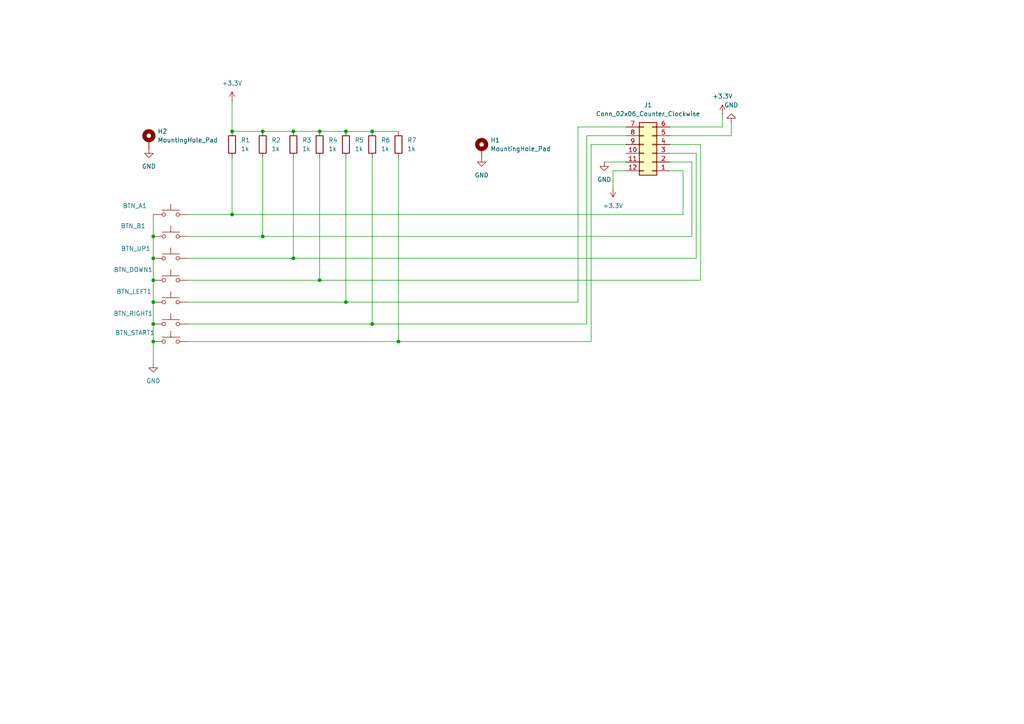
<source format=kicad_sch>
(kicad_sch
	(version 20250114)
	(generator "eeschema")
	(generator_version "9.0")
	(uuid "f78f50fe-1986-4539-a836-088a6f7bab66")
	(paper "A4")
	(lib_symbols
		(symbol "Connector_Generic:Conn_02x06_Counter_Clockwise"
			(pin_names
				(offset 1.016)
				(hide yes)
			)
			(exclude_from_sim no)
			(in_bom yes)
			(on_board yes)
			(property "Reference" "J"
				(at 1.27 7.62 0)
				(effects
					(font
						(size 1.27 1.27)
					)
				)
			)
			(property "Value" "Conn_02x06_Counter_Clockwise"
				(at 1.27 -10.16 0)
				(effects
					(font
						(size 1.27 1.27)
					)
				)
			)
			(property "Footprint" ""
				(at 0 0 0)
				(effects
					(font
						(size 1.27 1.27)
					)
					(hide yes)
				)
			)
			(property "Datasheet" "~"
				(at 0 0 0)
				(effects
					(font
						(size 1.27 1.27)
					)
					(hide yes)
				)
			)
			(property "Description" "Generic connector, double row, 02x06, counter clockwise pin numbering scheme (similar to DIP package numbering), script generated (kicad-library-utils/schlib/autogen/connector/)"
				(at 0 0 0)
				(effects
					(font
						(size 1.27 1.27)
					)
					(hide yes)
				)
			)
			(property "ki_keywords" "connector"
				(at 0 0 0)
				(effects
					(font
						(size 1.27 1.27)
					)
					(hide yes)
				)
			)
			(property "ki_fp_filters" "Connector*:*_2x??_*"
				(at 0 0 0)
				(effects
					(font
						(size 1.27 1.27)
					)
					(hide yes)
				)
			)
			(symbol "Conn_02x06_Counter_Clockwise_1_1"
				(rectangle
					(start -1.27 6.35)
					(end 3.81 -8.89)
					(stroke
						(width 0.254)
						(type default)
					)
					(fill
						(type background)
					)
				)
				(rectangle
					(start -1.27 5.207)
					(end 0 4.953)
					(stroke
						(width 0.1524)
						(type default)
					)
					(fill
						(type none)
					)
				)
				(rectangle
					(start -1.27 2.667)
					(end 0 2.413)
					(stroke
						(width 0.1524)
						(type default)
					)
					(fill
						(type none)
					)
				)
				(rectangle
					(start -1.27 0.127)
					(end 0 -0.127)
					(stroke
						(width 0.1524)
						(type default)
					)
					(fill
						(type none)
					)
				)
				(rectangle
					(start -1.27 -2.413)
					(end 0 -2.667)
					(stroke
						(width 0.1524)
						(type default)
					)
					(fill
						(type none)
					)
				)
				(rectangle
					(start -1.27 -4.953)
					(end 0 -5.207)
					(stroke
						(width 0.1524)
						(type default)
					)
					(fill
						(type none)
					)
				)
				(rectangle
					(start -1.27 -7.493)
					(end 0 -7.747)
					(stroke
						(width 0.1524)
						(type default)
					)
					(fill
						(type none)
					)
				)
				(rectangle
					(start 3.81 5.207)
					(end 2.54 4.953)
					(stroke
						(width 0.1524)
						(type default)
					)
					(fill
						(type none)
					)
				)
				(rectangle
					(start 3.81 2.667)
					(end 2.54 2.413)
					(stroke
						(width 0.1524)
						(type default)
					)
					(fill
						(type none)
					)
				)
				(rectangle
					(start 3.81 0.127)
					(end 2.54 -0.127)
					(stroke
						(width 0.1524)
						(type default)
					)
					(fill
						(type none)
					)
				)
				(rectangle
					(start 3.81 -2.413)
					(end 2.54 -2.667)
					(stroke
						(width 0.1524)
						(type default)
					)
					(fill
						(type none)
					)
				)
				(rectangle
					(start 3.81 -4.953)
					(end 2.54 -5.207)
					(stroke
						(width 0.1524)
						(type default)
					)
					(fill
						(type none)
					)
				)
				(rectangle
					(start 3.81 -7.493)
					(end 2.54 -7.747)
					(stroke
						(width 0.1524)
						(type default)
					)
					(fill
						(type none)
					)
				)
				(pin passive line
					(at -5.08 5.08 0)
					(length 3.81)
					(name "Pin_1"
						(effects
							(font
								(size 1.27 1.27)
							)
						)
					)
					(number "1"
						(effects
							(font
								(size 1.27 1.27)
							)
						)
					)
				)
				(pin passive line
					(at -5.08 2.54 0)
					(length 3.81)
					(name "Pin_2"
						(effects
							(font
								(size 1.27 1.27)
							)
						)
					)
					(number "2"
						(effects
							(font
								(size 1.27 1.27)
							)
						)
					)
				)
				(pin passive line
					(at -5.08 0 0)
					(length 3.81)
					(name "Pin_3"
						(effects
							(font
								(size 1.27 1.27)
							)
						)
					)
					(number "3"
						(effects
							(font
								(size 1.27 1.27)
							)
						)
					)
				)
				(pin passive line
					(at -5.08 -2.54 0)
					(length 3.81)
					(name "Pin_4"
						(effects
							(font
								(size 1.27 1.27)
							)
						)
					)
					(number "4"
						(effects
							(font
								(size 1.27 1.27)
							)
						)
					)
				)
				(pin passive line
					(at -5.08 -5.08 0)
					(length 3.81)
					(name "Pin_5"
						(effects
							(font
								(size 1.27 1.27)
							)
						)
					)
					(number "5"
						(effects
							(font
								(size 1.27 1.27)
							)
						)
					)
				)
				(pin passive line
					(at -5.08 -7.62 0)
					(length 3.81)
					(name "Pin_6"
						(effects
							(font
								(size 1.27 1.27)
							)
						)
					)
					(number "6"
						(effects
							(font
								(size 1.27 1.27)
							)
						)
					)
				)
				(pin passive line
					(at 7.62 5.08 180)
					(length 3.81)
					(name "Pin_12"
						(effects
							(font
								(size 1.27 1.27)
							)
						)
					)
					(number "12"
						(effects
							(font
								(size 1.27 1.27)
							)
						)
					)
				)
				(pin passive line
					(at 7.62 2.54 180)
					(length 3.81)
					(name "Pin_11"
						(effects
							(font
								(size 1.27 1.27)
							)
						)
					)
					(number "11"
						(effects
							(font
								(size 1.27 1.27)
							)
						)
					)
				)
				(pin passive line
					(at 7.62 0 180)
					(length 3.81)
					(name "Pin_10"
						(effects
							(font
								(size 1.27 1.27)
							)
						)
					)
					(number "10"
						(effects
							(font
								(size 1.27 1.27)
							)
						)
					)
				)
				(pin passive line
					(at 7.62 -2.54 180)
					(length 3.81)
					(name "Pin_9"
						(effects
							(font
								(size 1.27 1.27)
							)
						)
					)
					(number "9"
						(effects
							(font
								(size 1.27 1.27)
							)
						)
					)
				)
				(pin passive line
					(at 7.62 -5.08 180)
					(length 3.81)
					(name "Pin_8"
						(effects
							(font
								(size 1.27 1.27)
							)
						)
					)
					(number "8"
						(effects
							(font
								(size 1.27 1.27)
							)
						)
					)
				)
				(pin passive line
					(at 7.62 -7.62 180)
					(length 3.81)
					(name "Pin_7"
						(effects
							(font
								(size 1.27 1.27)
							)
						)
					)
					(number "7"
						(effects
							(font
								(size 1.27 1.27)
							)
						)
					)
				)
			)
			(embedded_fonts no)
		)
		(symbol "Device:R"
			(pin_numbers
				(hide yes)
			)
			(pin_names
				(offset 0)
			)
			(exclude_from_sim no)
			(in_bom yes)
			(on_board yes)
			(property "Reference" "R"
				(at 2.032 0 90)
				(effects
					(font
						(size 1.27 1.27)
					)
				)
			)
			(property "Value" "R"
				(at 0 0 90)
				(effects
					(font
						(size 1.27 1.27)
					)
				)
			)
			(property "Footprint" ""
				(at -1.778 0 90)
				(effects
					(font
						(size 1.27 1.27)
					)
					(hide yes)
				)
			)
			(property "Datasheet" "~"
				(at 0 0 0)
				(effects
					(font
						(size 1.27 1.27)
					)
					(hide yes)
				)
			)
			(property "Description" "Resistor"
				(at 0 0 0)
				(effects
					(font
						(size 1.27 1.27)
					)
					(hide yes)
				)
			)
			(property "ki_keywords" "R res resistor"
				(at 0 0 0)
				(effects
					(font
						(size 1.27 1.27)
					)
					(hide yes)
				)
			)
			(property "ki_fp_filters" "R_*"
				(at 0 0 0)
				(effects
					(font
						(size 1.27 1.27)
					)
					(hide yes)
				)
			)
			(symbol "R_0_1"
				(rectangle
					(start -1.016 -2.54)
					(end 1.016 2.54)
					(stroke
						(width 0.254)
						(type default)
					)
					(fill
						(type none)
					)
				)
			)
			(symbol "R_1_1"
				(pin passive line
					(at 0 3.81 270)
					(length 1.27)
					(name "~"
						(effects
							(font
								(size 1.27 1.27)
							)
						)
					)
					(number "1"
						(effects
							(font
								(size 1.27 1.27)
							)
						)
					)
				)
				(pin passive line
					(at 0 -3.81 90)
					(length 1.27)
					(name "~"
						(effects
							(font
								(size 1.27 1.27)
							)
						)
					)
					(number "2"
						(effects
							(font
								(size 1.27 1.27)
							)
						)
					)
				)
			)
			(embedded_fonts no)
		)
		(symbol "Mechanical:MountingHole_Pad"
			(pin_numbers
				(hide yes)
			)
			(pin_names
				(offset 1.016)
				(hide yes)
			)
			(exclude_from_sim no)
			(in_bom no)
			(on_board yes)
			(property "Reference" "H"
				(at 0 6.35 0)
				(effects
					(font
						(size 1.27 1.27)
					)
				)
			)
			(property "Value" "MountingHole_Pad"
				(at 0 4.445 0)
				(effects
					(font
						(size 1.27 1.27)
					)
				)
			)
			(property "Footprint" ""
				(at 0 0 0)
				(effects
					(font
						(size 1.27 1.27)
					)
					(hide yes)
				)
			)
			(property "Datasheet" "~"
				(at 0 0 0)
				(effects
					(font
						(size 1.27 1.27)
					)
					(hide yes)
				)
			)
			(property "Description" "Mounting Hole with connection"
				(at 0 0 0)
				(effects
					(font
						(size 1.27 1.27)
					)
					(hide yes)
				)
			)
			(property "ki_keywords" "mounting hole"
				(at 0 0 0)
				(effects
					(font
						(size 1.27 1.27)
					)
					(hide yes)
				)
			)
			(property "ki_fp_filters" "MountingHole*Pad*"
				(at 0 0 0)
				(effects
					(font
						(size 1.27 1.27)
					)
					(hide yes)
				)
			)
			(symbol "MountingHole_Pad_0_1"
				(circle
					(center 0 1.27)
					(radius 1.27)
					(stroke
						(width 1.27)
						(type default)
					)
					(fill
						(type none)
					)
				)
			)
			(symbol "MountingHole_Pad_1_1"
				(pin input line
					(at 0 -2.54 90)
					(length 2.54)
					(name "1"
						(effects
							(font
								(size 1.27 1.27)
							)
						)
					)
					(number "1"
						(effects
							(font
								(size 1.27 1.27)
							)
						)
					)
				)
			)
			(embedded_fonts no)
		)
		(symbol "Switch:SW_Push"
			(pin_numbers
				(hide yes)
			)
			(pin_names
				(offset 1.016)
				(hide yes)
			)
			(exclude_from_sim no)
			(in_bom yes)
			(on_board yes)
			(property "Reference" "SW"
				(at 1.27 2.54 0)
				(effects
					(font
						(size 1.27 1.27)
					)
					(justify left)
				)
			)
			(property "Value" "SW_Push"
				(at 0 -1.524 0)
				(effects
					(font
						(size 1.27 1.27)
					)
				)
			)
			(property "Footprint" ""
				(at 0 5.08 0)
				(effects
					(font
						(size 1.27 1.27)
					)
					(hide yes)
				)
			)
			(property "Datasheet" "~"
				(at 0 5.08 0)
				(effects
					(font
						(size 1.27 1.27)
					)
					(hide yes)
				)
			)
			(property "Description" "Push button switch, generic, two pins"
				(at 0 0 0)
				(effects
					(font
						(size 1.27 1.27)
					)
					(hide yes)
				)
			)
			(property "ki_keywords" "switch normally-open pushbutton push-button"
				(at 0 0 0)
				(effects
					(font
						(size 1.27 1.27)
					)
					(hide yes)
				)
			)
			(symbol "SW_Push_0_1"
				(circle
					(center -2.032 0)
					(radius 0.508)
					(stroke
						(width 0)
						(type default)
					)
					(fill
						(type none)
					)
				)
				(polyline
					(pts
						(xy 0 1.27) (xy 0 3.048)
					)
					(stroke
						(width 0)
						(type default)
					)
					(fill
						(type none)
					)
				)
				(circle
					(center 2.032 0)
					(radius 0.508)
					(stroke
						(width 0)
						(type default)
					)
					(fill
						(type none)
					)
				)
				(polyline
					(pts
						(xy 2.54 1.27) (xy -2.54 1.27)
					)
					(stroke
						(width 0)
						(type default)
					)
					(fill
						(type none)
					)
				)
				(pin passive line
					(at -5.08 0 0)
					(length 2.54)
					(name "1"
						(effects
							(font
								(size 1.27 1.27)
							)
						)
					)
					(number "1"
						(effects
							(font
								(size 1.27 1.27)
							)
						)
					)
				)
				(pin passive line
					(at 5.08 0 180)
					(length 2.54)
					(name "2"
						(effects
							(font
								(size 1.27 1.27)
							)
						)
					)
					(number "2"
						(effects
							(font
								(size 1.27 1.27)
							)
						)
					)
				)
			)
			(embedded_fonts no)
		)
		(symbol "power:+3.3V"
			(power)
			(pin_numbers
				(hide yes)
			)
			(pin_names
				(offset 0)
				(hide yes)
			)
			(exclude_from_sim no)
			(in_bom yes)
			(on_board yes)
			(property "Reference" "#PWR"
				(at 0 -3.81 0)
				(effects
					(font
						(size 1.27 1.27)
					)
					(hide yes)
				)
			)
			(property "Value" "+3.3V"
				(at 0 3.556 0)
				(effects
					(font
						(size 1.27 1.27)
					)
				)
			)
			(property "Footprint" ""
				(at 0 0 0)
				(effects
					(font
						(size 1.27 1.27)
					)
					(hide yes)
				)
			)
			(property "Datasheet" ""
				(at 0 0 0)
				(effects
					(font
						(size 1.27 1.27)
					)
					(hide yes)
				)
			)
			(property "Description" "Power symbol creates a global label with name \"+3.3V\""
				(at 0 0 0)
				(effects
					(font
						(size 1.27 1.27)
					)
					(hide yes)
				)
			)
			(property "ki_keywords" "global power"
				(at 0 0 0)
				(effects
					(font
						(size 1.27 1.27)
					)
					(hide yes)
				)
			)
			(symbol "+3.3V_0_1"
				(polyline
					(pts
						(xy -0.762 1.27) (xy 0 2.54)
					)
					(stroke
						(width 0)
						(type default)
					)
					(fill
						(type none)
					)
				)
				(polyline
					(pts
						(xy 0 2.54) (xy 0.762 1.27)
					)
					(stroke
						(width 0)
						(type default)
					)
					(fill
						(type none)
					)
				)
				(polyline
					(pts
						(xy 0 0) (xy 0 2.54)
					)
					(stroke
						(width 0)
						(type default)
					)
					(fill
						(type none)
					)
				)
			)
			(symbol "+3.3V_1_1"
				(pin power_in line
					(at 0 0 90)
					(length 0)
					(name "~"
						(effects
							(font
								(size 1.27 1.27)
							)
						)
					)
					(number "1"
						(effects
							(font
								(size 1.27 1.27)
							)
						)
					)
				)
			)
			(embedded_fonts no)
		)
		(symbol "power:GND"
			(power)
			(pin_numbers
				(hide yes)
			)
			(pin_names
				(offset 0)
				(hide yes)
			)
			(exclude_from_sim no)
			(in_bom yes)
			(on_board yes)
			(property "Reference" "#PWR"
				(at 0 -6.35 0)
				(effects
					(font
						(size 1.27 1.27)
					)
					(hide yes)
				)
			)
			(property "Value" "GND"
				(at 0 -3.81 0)
				(effects
					(font
						(size 1.27 1.27)
					)
				)
			)
			(property "Footprint" ""
				(at 0 0 0)
				(effects
					(font
						(size 1.27 1.27)
					)
					(hide yes)
				)
			)
			(property "Datasheet" ""
				(at 0 0 0)
				(effects
					(font
						(size 1.27 1.27)
					)
					(hide yes)
				)
			)
			(property "Description" "Power symbol creates a global label with name \"GND\" , ground"
				(at 0 0 0)
				(effects
					(font
						(size 1.27 1.27)
					)
					(hide yes)
				)
			)
			(property "ki_keywords" "global power"
				(at 0 0 0)
				(effects
					(font
						(size 1.27 1.27)
					)
					(hide yes)
				)
			)
			(symbol "GND_0_1"
				(polyline
					(pts
						(xy 0 0) (xy 0 -1.27) (xy 1.27 -1.27) (xy 0 -2.54) (xy -1.27 -1.27) (xy 0 -1.27)
					)
					(stroke
						(width 0)
						(type default)
					)
					(fill
						(type none)
					)
				)
			)
			(symbol "GND_1_1"
				(pin power_in line
					(at 0 0 270)
					(length 0)
					(name "~"
						(effects
							(font
								(size 1.27 1.27)
							)
						)
					)
					(number "1"
						(effects
							(font
								(size 1.27 1.27)
							)
						)
					)
				)
			)
			(embedded_fonts no)
		)
	)
	(junction
		(at 100.33 87.63)
		(diameter 0)
		(color 0 0 0 0)
		(uuid "004f485f-2c34-44a8-b9fb-e2f77fce5a7a")
	)
	(junction
		(at 44.45 74.93)
		(diameter 0)
		(color 0 0 0 0)
		(uuid "00c8e056-d813-4056-8589-761a341a3b98")
	)
	(junction
		(at 44.45 87.63)
		(diameter 0)
		(color 0 0 0 0)
		(uuid "0c7d9841-4295-4eaa-817e-e7961684ea71")
	)
	(junction
		(at 107.95 38.1)
		(diameter 0)
		(color 0 0 0 0)
		(uuid "2238083b-ad35-4150-8d00-297f492794b3")
	)
	(junction
		(at 92.71 38.1)
		(diameter 0)
		(color 0 0 0 0)
		(uuid "2a191524-5aed-44aa-8a40-9ed4ef08b02d")
	)
	(junction
		(at 44.45 81.28)
		(diameter 0)
		(color 0 0 0 0)
		(uuid "2eb498b7-b798-415b-b3b8-fa5fb69e2655")
	)
	(junction
		(at 107.95 93.98)
		(diameter 0)
		(color 0 0 0 0)
		(uuid "31c801bb-7c58-4dfa-8ddb-149bb7f9d86d")
	)
	(junction
		(at 44.45 93.98)
		(diameter 0)
		(color 0 0 0 0)
		(uuid "333d9d22-dd0d-4694-a759-109a4c8db059")
	)
	(junction
		(at 67.31 38.1)
		(diameter 0)
		(color 0 0 0 0)
		(uuid "3de1bb90-b30b-4023-b6e5-edf3ee94c1bc")
	)
	(junction
		(at 67.31 62.23)
		(diameter 0)
		(color 0 0 0 0)
		(uuid "7165aaf6-bc75-47ba-85de-a6f1ab0eeb46")
	)
	(junction
		(at 85.09 74.93)
		(diameter 0)
		(color 0 0 0 0)
		(uuid "71beea6d-d589-408c-b5f0-afb58724aec0")
	)
	(junction
		(at 85.09 38.1)
		(diameter 0)
		(color 0 0 0 0)
		(uuid "94b871da-07c3-447f-898c-661d935bc08e")
	)
	(junction
		(at 44.45 99.06)
		(diameter 0)
		(color 0 0 0 0)
		(uuid "acd2487f-712b-4878-a6f1-414c85b34b8a")
	)
	(junction
		(at 44.45 68.58)
		(diameter 0)
		(color 0 0 0 0)
		(uuid "bb7a95e3-cb21-4054-b727-cfdad9acad98")
	)
	(junction
		(at 100.33 38.1)
		(diameter 0)
		(color 0 0 0 0)
		(uuid "bea6fcfa-a552-4a72-8f12-29d8855c0ba0")
	)
	(junction
		(at 76.2 68.58)
		(diameter 0)
		(color 0 0 0 0)
		(uuid "cce08a52-2b45-4a6e-a091-66d8c39a0e79")
	)
	(junction
		(at 92.71 81.28)
		(diameter 0)
		(color 0 0 0 0)
		(uuid "cd2feca3-321b-42b4-b84a-c9d0c5e39334")
	)
	(junction
		(at 115.57 99.06)
		(diameter 0)
		(color 0 0 0 0)
		(uuid "dc9f468b-03fe-43c4-9694-4179d1034850")
	)
	(junction
		(at 76.2 38.1)
		(diameter 0)
		(color 0 0 0 0)
		(uuid "e8448caa-d064-4376-b427-74e824af6b70")
	)
	(wire
		(pts
			(xy 44.45 93.98) (xy 44.45 99.06)
		)
		(stroke
			(width 0)
			(type default)
		)
		(uuid "006de6b8-160e-4be1-b5e6-43e932149eab")
	)
	(wire
		(pts
			(xy 44.45 62.23) (xy 44.45 68.58)
		)
		(stroke
			(width 0)
			(type default)
		)
		(uuid "01fd74fb-e351-47d5-a5cf-9150a4c31503")
	)
	(wire
		(pts
			(xy 100.33 38.1) (xy 107.95 38.1)
		)
		(stroke
			(width 0)
			(type default)
		)
		(uuid "06a0a793-354e-43a8-b07f-fb263e838c84")
	)
	(wire
		(pts
			(xy 167.64 36.83) (xy 181.61 36.83)
		)
		(stroke
			(width 0)
			(type default)
		)
		(uuid "0b757b6f-2e56-4870-a637-f183811a7303")
	)
	(wire
		(pts
			(xy 212.09 39.37) (xy 194.31 39.37)
		)
		(stroke
			(width 0)
			(type default)
		)
		(uuid "0d8721ac-4f25-41f9-8e93-4a20aac26137")
	)
	(wire
		(pts
			(xy 76.2 45.72) (xy 76.2 68.58)
		)
		(stroke
			(width 0)
			(type default)
		)
		(uuid "11f429a3-9b89-4ca5-97bb-f99c8b14cf2d")
	)
	(wire
		(pts
			(xy 170.18 39.37) (xy 181.61 39.37)
		)
		(stroke
			(width 0)
			(type default)
		)
		(uuid "18cc1109-876f-4503-88b1-b3ca996d418f")
	)
	(wire
		(pts
			(xy 44.45 74.93) (xy 44.45 81.28)
		)
		(stroke
			(width 0)
			(type default)
		)
		(uuid "25cb1474-8f31-4c7d-8a3b-f9f13ab8f8e0")
	)
	(wire
		(pts
			(xy 115.57 99.06) (xy 171.45 99.06)
		)
		(stroke
			(width 0)
			(type default)
		)
		(uuid "2cd720b1-7f5e-467b-8b98-9d1f66623524")
	)
	(wire
		(pts
			(xy 85.09 74.93) (xy 201.93 74.93)
		)
		(stroke
			(width 0)
			(type default)
		)
		(uuid "31eff537-673b-4e7a-a7ad-e6b499106cf7")
	)
	(wire
		(pts
			(xy 85.09 45.72) (xy 85.09 74.93)
		)
		(stroke
			(width 0)
			(type default)
		)
		(uuid "31fff947-f26c-4758-a8a3-0c2d6a447902")
	)
	(wire
		(pts
			(xy 44.45 87.63) (xy 44.45 93.98)
		)
		(stroke
			(width 0)
			(type default)
		)
		(uuid "353ad22b-cb67-46ce-a0db-e171b110e61e")
	)
	(wire
		(pts
			(xy 67.31 45.72) (xy 67.31 62.23)
		)
		(stroke
			(width 0)
			(type default)
		)
		(uuid "3bf2394d-9a52-4f6b-bca9-f84215fc10dd")
	)
	(wire
		(pts
			(xy 92.71 38.1) (xy 100.33 38.1)
		)
		(stroke
			(width 0)
			(type default)
		)
		(uuid "3cfd9ce0-15e5-4974-aca3-f604cb023232")
	)
	(wire
		(pts
			(xy 76.2 68.58) (xy 200.66 68.58)
		)
		(stroke
			(width 0)
			(type default)
		)
		(uuid "3dabe77b-7fe4-4575-94be-45c02e8e739d")
	)
	(wire
		(pts
			(xy 194.31 46.99) (xy 200.66 46.99)
		)
		(stroke
			(width 0)
			(type default)
		)
		(uuid "49bc337b-30f0-4722-b83d-afea2b8bda6b")
	)
	(wire
		(pts
			(xy 107.95 38.1) (xy 115.57 38.1)
		)
		(stroke
			(width 0)
			(type default)
		)
		(uuid "4e909e1c-82bc-4aae-ad7d-5d604cabc859")
	)
	(wire
		(pts
			(xy 209.55 33.02) (xy 209.55 36.83)
		)
		(stroke
			(width 0)
			(type default)
		)
		(uuid "542454ed-bd8d-4e06-90e8-96c3fd54cb23")
	)
	(wire
		(pts
			(xy 175.26 46.99) (xy 181.61 46.99)
		)
		(stroke
			(width 0)
			(type default)
		)
		(uuid "5ea833f9-031c-45a8-b7d8-ad8ea478165c")
	)
	(wire
		(pts
			(xy 170.18 93.98) (xy 170.18 39.37)
		)
		(stroke
			(width 0)
			(type default)
		)
		(uuid "5f01482f-4431-4b3d-833b-d8e979c10e1d")
	)
	(wire
		(pts
			(xy 200.66 68.58) (xy 200.66 46.99)
		)
		(stroke
			(width 0)
			(type default)
		)
		(uuid "63d81373-07fb-464a-8c8c-ac296d4d2e7e")
	)
	(wire
		(pts
			(xy 44.45 99.06) (xy 44.45 105.41)
		)
		(stroke
			(width 0)
			(type default)
		)
		(uuid "65f9c40d-7eaf-4c67-bb9a-caf5e37b11e3")
	)
	(wire
		(pts
			(xy 85.09 38.1) (xy 92.71 38.1)
		)
		(stroke
			(width 0)
			(type default)
		)
		(uuid "6603f045-802d-4e7e-8710-eda2125308cc")
	)
	(wire
		(pts
			(xy 107.95 93.98) (xy 170.18 93.98)
		)
		(stroke
			(width 0)
			(type default)
		)
		(uuid "6d7d5cd1-3ad9-4a3d-83a3-abac3bd8f454")
	)
	(wire
		(pts
			(xy 92.71 45.72) (xy 92.71 81.28)
		)
		(stroke
			(width 0)
			(type default)
		)
		(uuid "7444bdc9-8109-438e-b62f-49dc94f47896")
	)
	(wire
		(pts
			(xy 54.61 81.28) (xy 92.71 81.28)
		)
		(stroke
			(width 0)
			(type default)
		)
		(uuid "74708ecb-158e-4d4f-aa3d-9d39eda9ea51")
	)
	(wire
		(pts
			(xy 177.8 49.53) (xy 177.8 54.61)
		)
		(stroke
			(width 0)
			(type default)
		)
		(uuid "769bb41e-1813-4681-9d6f-f4257540539c")
	)
	(wire
		(pts
			(xy 67.31 29.21) (xy 67.31 38.1)
		)
		(stroke
			(width 0)
			(type default)
		)
		(uuid "782adeb1-e312-468e-9fdc-813cfdfba41f")
	)
	(wire
		(pts
			(xy 201.93 74.93) (xy 201.93 44.45)
		)
		(stroke
			(width 0)
			(type default)
		)
		(uuid "78971691-86f0-4520-9e79-df514d09970e")
	)
	(wire
		(pts
			(xy 100.33 45.72) (xy 100.33 87.63)
		)
		(stroke
			(width 0)
			(type default)
		)
		(uuid "7ee7ed51-3079-4d59-94b8-fa0d6fac176c")
	)
	(wire
		(pts
			(xy 54.61 87.63) (xy 100.33 87.63)
		)
		(stroke
			(width 0)
			(type default)
		)
		(uuid "81286225-0498-450d-b32c-c94d09596f1c")
	)
	(wire
		(pts
			(xy 167.64 87.63) (xy 167.64 36.83)
		)
		(stroke
			(width 0)
			(type default)
		)
		(uuid "819d9a22-70c2-4ad8-be05-62c6c7224c97")
	)
	(wire
		(pts
			(xy 201.93 44.45) (xy 194.31 44.45)
		)
		(stroke
			(width 0)
			(type default)
		)
		(uuid "8e2db78d-0495-4fa1-ae78-846645fe9673")
	)
	(wire
		(pts
			(xy 198.12 62.23) (xy 198.12 49.53)
		)
		(stroke
			(width 0)
			(type default)
		)
		(uuid "8fcacea9-a01b-474b-b8b8-ff1bf05c53b7")
	)
	(wire
		(pts
			(xy 115.57 45.72) (xy 115.57 99.06)
		)
		(stroke
			(width 0)
			(type default)
		)
		(uuid "98154678-495b-403c-9a37-fdef4915e097")
	)
	(wire
		(pts
			(xy 171.45 41.91) (xy 181.61 41.91)
		)
		(stroke
			(width 0)
			(type default)
		)
		(uuid "99281643-a4d3-470f-a0bb-b236c3c280eb")
	)
	(wire
		(pts
			(xy 44.45 68.58) (xy 44.45 74.93)
		)
		(stroke
			(width 0)
			(type default)
		)
		(uuid "9a7f79a9-0cec-4594-b03c-3b432b4b930e")
	)
	(wire
		(pts
			(xy 44.45 81.28) (xy 44.45 87.63)
		)
		(stroke
			(width 0)
			(type default)
		)
		(uuid "9e797714-ff30-4087-b8db-50a323815d02")
	)
	(wire
		(pts
			(xy 194.31 36.83) (xy 209.55 36.83)
		)
		(stroke
			(width 0)
			(type default)
		)
		(uuid "a5bb717b-bf23-40a1-a585-66859c8ce3a7")
	)
	(wire
		(pts
			(xy 54.61 62.23) (xy 67.31 62.23)
		)
		(stroke
			(width 0)
			(type default)
		)
		(uuid "ab483e5f-2480-48fe-87ae-eac82b5bc34b")
	)
	(wire
		(pts
			(xy 54.61 68.58) (xy 76.2 68.58)
		)
		(stroke
			(width 0)
			(type default)
		)
		(uuid "ad068c15-386b-42d7-997a-ede22293830c")
	)
	(wire
		(pts
			(xy 171.45 99.06) (xy 171.45 41.91)
		)
		(stroke
			(width 0)
			(type default)
		)
		(uuid "afcf6227-07c0-49d5-a790-740cd9a86ca3")
	)
	(wire
		(pts
			(xy 203.2 81.28) (xy 203.2 41.91)
		)
		(stroke
			(width 0)
			(type default)
		)
		(uuid "b58c1ff7-2a65-40d6-9764-43fb66b0efa2")
	)
	(wire
		(pts
			(xy 100.33 87.63) (xy 167.64 87.63)
		)
		(stroke
			(width 0)
			(type default)
		)
		(uuid "bb9fe399-cc39-4e3c-872c-dffd87ec8357")
	)
	(wire
		(pts
			(xy 54.61 99.06) (xy 115.57 99.06)
		)
		(stroke
			(width 0)
			(type default)
		)
		(uuid "c0ef1b4a-b5bf-478b-ab6f-b46f2b2efa33")
	)
	(wire
		(pts
			(xy 198.12 49.53) (xy 194.31 49.53)
		)
		(stroke
			(width 0)
			(type default)
		)
		(uuid "c36ba545-3c34-411b-ae69-75940c4c9c8a")
	)
	(wire
		(pts
			(xy 203.2 41.91) (xy 194.31 41.91)
		)
		(stroke
			(width 0)
			(type default)
		)
		(uuid "cd447d55-533f-4b97-b50a-bc1f9ef13e7c")
	)
	(wire
		(pts
			(xy 67.31 38.1) (xy 76.2 38.1)
		)
		(stroke
			(width 0)
			(type default)
		)
		(uuid "cdd295cf-04d0-442a-be29-73a15bd9e7ee")
	)
	(wire
		(pts
			(xy 54.61 93.98) (xy 107.95 93.98)
		)
		(stroke
			(width 0)
			(type default)
		)
		(uuid "db340b0c-1b85-4db5-bac8-6f614aaac575")
	)
	(wire
		(pts
			(xy 54.61 74.93) (xy 85.09 74.93)
		)
		(stroke
			(width 0)
			(type default)
		)
		(uuid "dd36b1ec-30c1-4b98-a31c-f50f6b134197")
	)
	(wire
		(pts
			(xy 67.31 62.23) (xy 198.12 62.23)
		)
		(stroke
			(width 0)
			(type default)
		)
		(uuid "e1fb047e-74e8-4002-aeda-67e2919bad1f")
	)
	(wire
		(pts
			(xy 212.09 35.56) (xy 212.09 39.37)
		)
		(stroke
			(width 0)
			(type default)
		)
		(uuid "e2364657-5a4a-4307-8ca0-0b64c475369b")
	)
	(wire
		(pts
			(xy 181.61 49.53) (xy 177.8 49.53)
		)
		(stroke
			(width 0)
			(type default)
		)
		(uuid "e4ca977d-3b33-490d-86f2-f63cc00b0068")
	)
	(wire
		(pts
			(xy 107.95 45.72) (xy 107.95 93.98)
		)
		(stroke
			(width 0)
			(type default)
		)
		(uuid "e6ab5091-33ca-4028-9cc1-f0f671c42a73")
	)
	(wire
		(pts
			(xy 76.2 38.1) (xy 85.09 38.1)
		)
		(stroke
			(width 0)
			(type default)
		)
		(uuid "e97a87cb-c30d-4b78-b1eb-fa233ce4ecc6")
	)
	(wire
		(pts
			(xy 92.71 81.28) (xy 203.2 81.28)
		)
		(stroke
			(width 0)
			(type default)
		)
		(uuid "fd6fb764-9761-46de-bfad-116fd4582258")
	)
	(symbol
		(lib_id "Switch:SW_Push")
		(at 49.53 81.28 0)
		(unit 1)
		(exclude_from_sim no)
		(in_bom yes)
		(on_board yes)
		(dnp no)
		(uuid "04910836-19fb-4af4-b43a-48517c1530f5")
		(property "Reference" "BTN_DOWN1"
			(at 38.608 78.232 0)
			(effects
				(font
					(size 1.27 1.27)
				)
			)
		)
		(property "Value" "SW_Push"
			(at 38.608 80.772 0)
			(effects
				(font
					(size 1.27 1.27)
				)
				(hide yes)
			)
		)
		(property "Footprint" "Button_Switch_THT:SW_PUSH_6mm"
			(at 49.53 76.2 0)
			(effects
				(font
					(size 1.27 1.27)
				)
				(hide yes)
			)
		)
		(property "Datasheet" "~"
			(at 49.53 76.2 0)
			(effects
				(font
					(size 1.27 1.27)
				)
				(hide yes)
			)
		)
		(property "Description" "Push button switch, generic, two pins"
			(at 49.53 81.28 0)
			(effects
				(font
					(size 1.27 1.27)
				)
				(hide yes)
			)
		)
		(pin "2"
			(uuid "00b1f0b9-5988-4031-8242-08961948917a")
		)
		(pin "1"
			(uuid "f1200202-b2a5-483e-92f1-4a2e01f22f08")
		)
		(instances
			(project "controller"
				(path "/f78f50fe-1986-4539-a836-088a6f7bab66"
					(reference "BTN_DOWN1")
					(unit 1)
				)
			)
		)
	)
	(symbol
		(lib_id "Mechanical:MountingHole_Pad")
		(at 43.18 40.64 0)
		(unit 1)
		(exclude_from_sim no)
		(in_bom no)
		(on_board yes)
		(dnp no)
		(fields_autoplaced yes)
		(uuid "049fa9dd-00f5-4c44-beb1-51bf36c6584f")
		(property "Reference" "H2"
			(at 45.72 38.0999 0)
			(effects
				(font
					(size 1.27 1.27)
				)
				(justify left)
			)
		)
		(property "Value" "MountingHole_Pad"
			(at 45.72 40.6399 0)
			(effects
				(font
					(size 1.27 1.27)
				)
				(justify left)
			)
		)
		(property "Footprint" "MountingHole:MountingHole_2.2mm_M2_Pad_Via"
			(at 43.18 40.64 0)
			(effects
				(font
					(size 1.27 1.27)
				)
				(hide yes)
			)
		)
		(property "Datasheet" "~"
			(at 43.18 40.64 0)
			(effects
				(font
					(size 1.27 1.27)
				)
				(hide yes)
			)
		)
		(property "Description" "Mounting Hole with connection"
			(at 43.18 40.64 0)
			(effects
				(font
					(size 1.27 1.27)
				)
				(hide yes)
			)
		)
		(pin "1"
			(uuid "1d9d1e21-8440-4893-9c8a-d3e0bd563a54")
		)
		(instances
			(project ""
				(path "/f78f50fe-1986-4539-a836-088a6f7bab66"
					(reference "H2")
					(unit 1)
				)
			)
		)
	)
	(symbol
		(lib_id "Device:R")
		(at 85.09 41.91 0)
		(unit 1)
		(exclude_from_sim no)
		(in_bom yes)
		(on_board yes)
		(dnp no)
		(fields_autoplaced yes)
		(uuid "0705df0b-322a-49f0-bf8a-c6ead0b5e047")
		(property "Reference" "R3"
			(at 87.63 40.6399 0)
			(effects
				(font
					(size 1.27 1.27)
				)
				(justify left)
			)
		)
		(property "Value" "1k"
			(at 87.63 43.1799 0)
			(effects
				(font
					(size 1.27 1.27)
				)
				(justify left)
			)
		)
		(property "Footprint" "Resistor_THT:R_Axial_DIN0204_L3.6mm_D1.6mm_P5.08mm_Horizontal"
			(at 83.312 41.91 90)
			(effects
				(font
					(size 1.27 1.27)
				)
				(hide yes)
			)
		)
		(property "Datasheet" "~"
			(at 85.09 41.91 0)
			(effects
				(font
					(size 1.27 1.27)
				)
				(hide yes)
			)
		)
		(property "Description" "Resistor"
			(at 85.09 41.91 0)
			(effects
				(font
					(size 1.27 1.27)
				)
				(hide yes)
			)
		)
		(pin "1"
			(uuid "d5ac10dd-e0e5-46c5-9ca3-cea7f0b211ce")
		)
		(pin "2"
			(uuid "2e5ca9be-4f4a-4cd5-945e-6ac11bf0d6ad")
		)
		(instances
			(project "controller"
				(path "/f78f50fe-1986-4539-a836-088a6f7bab66"
					(reference "R3")
					(unit 1)
				)
			)
		)
	)
	(symbol
		(lib_id "Switch:SW_Push")
		(at 49.53 99.06 0)
		(unit 1)
		(exclude_from_sim no)
		(in_bom yes)
		(on_board yes)
		(dnp no)
		(uuid "2f14b7bd-4e96-428b-8867-511a1a7ecc96")
		(property "Reference" "BTN_START1"
			(at 39.116 96.52 0)
			(effects
				(font
					(size 1.27 1.27)
				)
			)
		)
		(property "Value" "SW_Push"
			(at 39.116 99.06 0)
			(effects
				(font
					(size 1.27 1.27)
				)
				(hide yes)
			)
		)
		(property "Footprint" "Button_Switch_THT:SW_PUSH_6mm"
			(at 49.53 93.98 0)
			(effects
				(font
					(size 1.27 1.27)
				)
				(hide yes)
			)
		)
		(property "Datasheet" "~"
			(at 49.53 93.98 0)
			(effects
				(font
					(size 1.27 1.27)
				)
				(hide yes)
			)
		)
		(property "Description" "Push button switch, generic, two pins"
			(at 49.53 99.06 0)
			(effects
				(font
					(size 1.27 1.27)
				)
				(hide yes)
			)
		)
		(pin "1"
			(uuid "5731d404-16d1-4ecc-8c66-db6672a272c1")
		)
		(pin "2"
			(uuid "2d94a457-7ef5-48b0-93b2-bfbdfa0fbad7")
		)
		(instances
			(project ""
				(path "/f78f50fe-1986-4539-a836-088a6f7bab66"
					(reference "BTN_START1")
					(unit 1)
				)
			)
		)
	)
	(symbol
		(lib_id "Device:R")
		(at 115.57 41.91 0)
		(unit 1)
		(exclude_from_sim no)
		(in_bom yes)
		(on_board yes)
		(dnp no)
		(fields_autoplaced yes)
		(uuid "33fa2dd1-2791-4f28-a2f4-6a49fa127221")
		(property "Reference" "R7"
			(at 118.11 40.6399 0)
			(effects
				(font
					(size 1.27 1.27)
				)
				(justify left)
			)
		)
		(property "Value" "1k"
			(at 118.11 43.1799 0)
			(effects
				(font
					(size 1.27 1.27)
				)
				(justify left)
			)
		)
		(property "Footprint" "Resistor_THT:R_Axial_DIN0204_L3.6mm_D1.6mm_P5.08mm_Horizontal"
			(at 113.792 41.91 90)
			(effects
				(font
					(size 1.27 1.27)
				)
				(hide yes)
			)
		)
		(property "Datasheet" "~"
			(at 115.57 41.91 0)
			(effects
				(font
					(size 1.27 1.27)
				)
				(hide yes)
			)
		)
		(property "Description" "Resistor"
			(at 115.57 41.91 0)
			(effects
				(font
					(size 1.27 1.27)
				)
				(hide yes)
			)
		)
		(pin "1"
			(uuid "63297808-e5a5-4cdf-8bef-06b5bab02bf6")
		)
		(pin "2"
			(uuid "27b9b96a-c3b7-4c33-b5a9-3fa12d4192a8")
		)
		(instances
			(project ""
				(path "/f78f50fe-1986-4539-a836-088a6f7bab66"
					(reference "R7")
					(unit 1)
				)
			)
		)
	)
	(symbol
		(lib_id "power:GND")
		(at 139.7 45.72 0)
		(unit 1)
		(exclude_from_sim no)
		(in_bom yes)
		(on_board yes)
		(dnp no)
		(fields_autoplaced yes)
		(uuid "39435aa7-c4fa-41a9-8554-75ae2c5c1096")
		(property "Reference" "#PWR03"
			(at 139.7 52.07 0)
			(effects
				(font
					(size 1.27 1.27)
				)
				(hide yes)
			)
		)
		(property "Value" "GND"
			(at 139.7 50.8 0)
			(effects
				(font
					(size 1.27 1.27)
				)
			)
		)
		(property "Footprint" ""
			(at 139.7 45.72 0)
			(effects
				(font
					(size 1.27 1.27)
				)
				(hide yes)
			)
		)
		(property "Datasheet" ""
			(at 139.7 45.72 0)
			(effects
				(font
					(size 1.27 1.27)
				)
				(hide yes)
			)
		)
		(property "Description" "Power symbol creates a global label with name \"GND\" , ground"
			(at 139.7 45.72 0)
			(effects
				(font
					(size 1.27 1.27)
				)
				(hide yes)
			)
		)
		(pin "1"
			(uuid "6fd6b014-fac3-4f5b-90c6-2a5ece3df8f4")
		)
		(instances
			(project "controller"
				(path "/f78f50fe-1986-4539-a836-088a6f7bab66"
					(reference "#PWR03")
					(unit 1)
				)
			)
		)
	)
	(symbol
		(lib_id "Device:R")
		(at 107.95 41.91 0)
		(unit 1)
		(exclude_from_sim no)
		(in_bom yes)
		(on_board yes)
		(dnp no)
		(fields_autoplaced yes)
		(uuid "420711c2-bb90-46e5-a59d-1126c52897fe")
		(property "Reference" "R6"
			(at 110.49 40.6399 0)
			(effects
				(font
					(size 1.27 1.27)
				)
				(justify left)
			)
		)
		(property "Value" "1k"
			(at 110.49 43.1799 0)
			(effects
				(font
					(size 1.27 1.27)
				)
				(justify left)
			)
		)
		(property "Footprint" "Resistor_THT:R_Axial_DIN0204_L3.6mm_D1.6mm_P5.08mm_Horizontal"
			(at 106.172 41.91 90)
			(effects
				(font
					(size 1.27 1.27)
				)
				(hide yes)
			)
		)
		(property "Datasheet" "~"
			(at 107.95 41.91 0)
			(effects
				(font
					(size 1.27 1.27)
				)
				(hide yes)
			)
		)
		(property "Description" "Resistor"
			(at 107.95 41.91 0)
			(effects
				(font
					(size 1.27 1.27)
				)
				(hide yes)
			)
		)
		(pin "1"
			(uuid "15240e03-4740-4478-b99c-7f96b8aa6fb1")
		)
		(pin "2"
			(uuid "0fe7d65d-5e8a-42f7-83cb-fdb06cc4e6b0")
		)
		(instances
			(project "controller"
				(path "/f78f50fe-1986-4539-a836-088a6f7bab66"
					(reference "R6")
					(unit 1)
				)
			)
		)
	)
	(symbol
		(lib_id "Switch:SW_Push")
		(at 49.53 68.58 0)
		(unit 1)
		(exclude_from_sim no)
		(in_bom yes)
		(on_board yes)
		(dnp no)
		(uuid "50fb811d-0d2a-4595-9e68-d61019a20248")
		(property "Reference" "BTN_B1"
			(at 38.608 65.532 0)
			(effects
				(font
					(size 1.27 1.27)
				)
			)
		)
		(property "Value" "SW_Push"
			(at 38.608 68.072 0)
			(effects
				(font
					(size 1.27 1.27)
				)
				(hide yes)
			)
		)
		(property "Footprint" "Button_Switch_THT:SW_PUSH_6mm"
			(at 49.53 63.5 0)
			(effects
				(font
					(size 1.27 1.27)
				)
				(hide yes)
			)
		)
		(property "Datasheet" "~"
			(at 49.53 63.5 0)
			(effects
				(font
					(size 1.27 1.27)
				)
				(hide yes)
			)
		)
		(property "Description" "Push button switch, generic, two pins"
			(at 49.53 68.58 0)
			(effects
				(font
					(size 1.27 1.27)
				)
				(hide yes)
			)
		)
		(pin "2"
			(uuid "d1a412f2-b28c-4a46-8821-3a7de0f8c63a")
		)
		(pin "1"
			(uuid "a8bea684-5131-45aa-b120-8d71ddf7a91a")
		)
		(instances
			(project "controller"
				(path "/f78f50fe-1986-4539-a836-088a6f7bab66"
					(reference "BTN_B1")
					(unit 1)
				)
			)
		)
	)
	(symbol
		(lib_id "power:GND")
		(at 44.45 105.41 0)
		(unit 1)
		(exclude_from_sim no)
		(in_bom yes)
		(on_board yes)
		(dnp no)
		(fields_autoplaced yes)
		(uuid "6ad6b1d7-01be-4713-a1de-43bf5a2a9fd9")
		(property "Reference" "#PWR06"
			(at 44.45 111.76 0)
			(effects
				(font
					(size 1.27 1.27)
				)
				(hide yes)
			)
		)
		(property "Value" "GND"
			(at 44.45 110.49 0)
			(effects
				(font
					(size 1.27 1.27)
				)
			)
		)
		(property "Footprint" ""
			(at 44.45 105.41 0)
			(effects
				(font
					(size 1.27 1.27)
				)
				(hide yes)
			)
		)
		(property "Datasheet" ""
			(at 44.45 105.41 0)
			(effects
				(font
					(size 1.27 1.27)
				)
				(hide yes)
			)
		)
		(property "Description" "Power symbol creates a global label with name \"GND\" , ground"
			(at 44.45 105.41 0)
			(effects
				(font
					(size 1.27 1.27)
				)
				(hide yes)
			)
		)
		(pin "1"
			(uuid "2bd6fbda-7c74-49c2-97d9-fbe8b4c539d1")
		)
		(instances
			(project "controller"
				(path "/f78f50fe-1986-4539-a836-088a6f7bab66"
					(reference "#PWR06")
					(unit 1)
				)
			)
		)
	)
	(symbol
		(lib_id "Switch:SW_Push")
		(at 49.53 74.93 0)
		(unit 1)
		(exclude_from_sim no)
		(in_bom yes)
		(on_board yes)
		(dnp no)
		(uuid "6c1934ce-773e-4ef4-912c-a49b060acab6")
		(property "Reference" "BTN_UP1"
			(at 39.37 72.136 0)
			(effects
				(font
					(size 1.27 1.27)
				)
			)
		)
		(property "Value" "SW_Push"
			(at 39.37 74.676 0)
			(effects
				(font
					(size 1.27 1.27)
				)
				(hide yes)
			)
		)
		(property "Footprint" "Button_Switch_THT:SW_PUSH_6mm"
			(at 49.53 69.85 0)
			(effects
				(font
					(size 1.27 1.27)
				)
				(hide yes)
			)
		)
		(property "Datasheet" "~"
			(at 49.53 69.85 0)
			(effects
				(font
					(size 1.27 1.27)
				)
				(hide yes)
			)
		)
		(property "Description" "Push button switch, generic, two pins"
			(at 49.53 74.93 0)
			(effects
				(font
					(size 1.27 1.27)
				)
				(hide yes)
			)
		)
		(pin "2"
			(uuid "c1c413bf-dd03-4d22-b15b-186de1fa7a8f")
		)
		(pin "1"
			(uuid "070dc1f6-cf09-421c-b407-61c41003d350")
		)
		(instances
			(project "controller"
				(path "/f78f50fe-1986-4539-a836-088a6f7bab66"
					(reference "BTN_UP1")
					(unit 1)
				)
			)
		)
	)
	(symbol
		(lib_id "Device:R")
		(at 92.71 41.91 0)
		(unit 1)
		(exclude_from_sim no)
		(in_bom yes)
		(on_board yes)
		(dnp no)
		(fields_autoplaced yes)
		(uuid "80d19354-1236-4a19-8297-aab3ec7e22f9")
		(property "Reference" "R4"
			(at 95.25 40.6399 0)
			(effects
				(font
					(size 1.27 1.27)
				)
				(justify left)
			)
		)
		(property "Value" "1k"
			(at 95.25 43.1799 0)
			(effects
				(font
					(size 1.27 1.27)
				)
				(justify left)
			)
		)
		(property "Footprint" "Resistor_THT:R_Axial_DIN0204_L3.6mm_D1.6mm_P5.08mm_Horizontal"
			(at 90.932 41.91 90)
			(effects
				(font
					(size 1.27 1.27)
				)
				(hide yes)
			)
		)
		(property "Datasheet" "~"
			(at 92.71 41.91 0)
			(effects
				(font
					(size 1.27 1.27)
				)
				(hide yes)
			)
		)
		(property "Description" "Resistor"
			(at 92.71 41.91 0)
			(effects
				(font
					(size 1.27 1.27)
				)
				(hide yes)
			)
		)
		(pin "1"
			(uuid "ad3b2714-319f-48fc-af11-9ef7586cd5da")
		)
		(pin "2"
			(uuid "fa646473-90bd-4894-a0ce-d0b8948f410e")
		)
		(instances
			(project "controller"
				(path "/f78f50fe-1986-4539-a836-088a6f7bab66"
					(reference "R4")
					(unit 1)
				)
			)
		)
	)
	(symbol
		(lib_id "Switch:SW_Push")
		(at 49.53 93.98 0)
		(unit 1)
		(exclude_from_sim no)
		(in_bom yes)
		(on_board yes)
		(dnp no)
		(uuid "92d1db32-8c2b-49cd-839e-076f94e19e6a")
		(property "Reference" "BTN_RIGHT1"
			(at 38.608 90.932 0)
			(effects
				(font
					(size 1.27 1.27)
				)
			)
		)
		(property "Value" "SW_Push"
			(at 38.608 93.472 0)
			(effects
				(font
					(size 1.27 1.27)
				)
				(hide yes)
			)
		)
		(property "Footprint" "Button_Switch_THT:SW_PUSH_6mm"
			(at 49.53 88.9 0)
			(effects
				(font
					(size 1.27 1.27)
				)
				(hide yes)
			)
		)
		(property "Datasheet" "~"
			(at 49.53 88.9 0)
			(effects
				(font
					(size 1.27 1.27)
				)
				(hide yes)
			)
		)
		(property "Description" "Push button switch, generic, two pins"
			(at 49.53 93.98 0)
			(effects
				(font
					(size 1.27 1.27)
				)
				(hide yes)
			)
		)
		(pin "2"
			(uuid "e85e162e-faba-4c23-a5d8-180cf144e542")
		)
		(pin "1"
			(uuid "c96fcbbc-9d8d-4700-8cc8-916f5594c148")
		)
		(instances
			(project "controller"
				(path "/f78f50fe-1986-4539-a836-088a6f7bab66"
					(reference "BTN_RIGHT1")
					(unit 1)
				)
			)
		)
	)
	(symbol
		(lib_id "power:GND")
		(at 43.18 43.18 0)
		(unit 1)
		(exclude_from_sim no)
		(in_bom yes)
		(on_board yes)
		(dnp no)
		(fields_autoplaced yes)
		(uuid "a0bb9d22-0ade-4611-bce1-09a840df5feb")
		(property "Reference" "#PWR02"
			(at 43.18 49.53 0)
			(effects
				(font
					(size 1.27 1.27)
				)
				(hide yes)
			)
		)
		(property "Value" "GND"
			(at 43.18 48.26 0)
			(effects
				(font
					(size 1.27 1.27)
				)
			)
		)
		(property "Footprint" ""
			(at 43.18 43.18 0)
			(effects
				(font
					(size 1.27 1.27)
				)
				(hide yes)
			)
		)
		(property "Datasheet" ""
			(at 43.18 43.18 0)
			(effects
				(font
					(size 1.27 1.27)
				)
				(hide yes)
			)
		)
		(property "Description" "Power symbol creates a global label with name \"GND\" , ground"
			(at 43.18 43.18 0)
			(effects
				(font
					(size 1.27 1.27)
				)
				(hide yes)
			)
		)
		(pin "1"
			(uuid "154052d4-666e-4ee2-89cf-f4e6accea254")
		)
		(instances
			(project "controller"
				(path "/f78f50fe-1986-4539-a836-088a6f7bab66"
					(reference "#PWR02")
					(unit 1)
				)
			)
		)
	)
	(symbol
		(lib_id "power:GND")
		(at 212.09 35.56 180)
		(unit 1)
		(exclude_from_sim no)
		(in_bom yes)
		(on_board yes)
		(dnp no)
		(fields_autoplaced yes)
		(uuid "aa024e5e-163a-4b4f-b2cd-3477d4b618dc")
		(property "Reference" "#PWR011"
			(at 212.09 29.21 0)
			(effects
				(font
					(size 1.27 1.27)
				)
				(hide yes)
			)
		)
		(property "Value" "GND"
			(at 212.09 30.48 0)
			(effects
				(font
					(size 1.27 1.27)
				)
			)
		)
		(property "Footprint" ""
			(at 212.09 35.56 0)
			(effects
				(font
					(size 1.27 1.27)
				)
				(hide yes)
			)
		)
		(property "Datasheet" ""
			(at 212.09 35.56 0)
			(effects
				(font
					(size 1.27 1.27)
				)
				(hide yes)
			)
		)
		(property "Description" "Power symbol creates a global label with name \"GND\" , ground"
			(at 212.09 35.56 0)
			(effects
				(font
					(size 1.27 1.27)
				)
				(hide yes)
			)
		)
		(pin "1"
			(uuid "26d14386-713f-4c50-bd73-53e9c2c779fe")
		)
		(instances
			(project ""
				(path "/f78f50fe-1986-4539-a836-088a6f7bab66"
					(reference "#PWR011")
					(unit 1)
				)
			)
		)
	)
	(symbol
		(lib_id "Device:R")
		(at 100.33 41.91 0)
		(unit 1)
		(exclude_from_sim no)
		(in_bom yes)
		(on_board yes)
		(dnp no)
		(fields_autoplaced yes)
		(uuid "b74a023d-b28e-406d-b3b1-eae7426dac92")
		(property "Reference" "R5"
			(at 102.87 40.6399 0)
			(effects
				(font
					(size 1.27 1.27)
				)
				(justify left)
			)
		)
		(property "Value" "1k"
			(at 102.87 43.1799 0)
			(effects
				(font
					(size 1.27 1.27)
				)
				(justify left)
			)
		)
		(property "Footprint" "Resistor_THT:R_Axial_DIN0204_L3.6mm_D1.6mm_P5.08mm_Horizontal"
			(at 98.552 41.91 90)
			(effects
				(font
					(size 1.27 1.27)
				)
				(hide yes)
			)
		)
		(property "Datasheet" "~"
			(at 100.33 41.91 0)
			(effects
				(font
					(size 1.27 1.27)
				)
				(hide yes)
			)
		)
		(property "Description" "Resistor"
			(at 100.33 41.91 0)
			(effects
				(font
					(size 1.27 1.27)
				)
				(hide yes)
			)
		)
		(pin "1"
			(uuid "02a459c6-14c1-4410-bdc9-b44ff67da2b0")
		)
		(pin "2"
			(uuid "dbebaadb-1105-43d0-8ad9-74361038c8e4")
		)
		(instances
			(project "controller"
				(path "/f78f50fe-1986-4539-a836-088a6f7bab66"
					(reference "R5")
					(unit 1)
				)
			)
		)
	)
	(symbol
		(lib_id "Connector_Generic:Conn_02x06_Counter_Clockwise")
		(at 189.23 44.45 180)
		(unit 1)
		(exclude_from_sim no)
		(in_bom yes)
		(on_board yes)
		(dnp no)
		(fields_autoplaced yes)
		(uuid "c3f0bfd3-2d02-45ba-8e00-e58d6f8f00e3")
		(property "Reference" "J1"
			(at 187.96 30.48 0)
			(effects
				(font
					(size 1.27 1.27)
				)
			)
		)
		(property "Value" "Conn_02x06_Counter_Clockwise"
			(at 187.96 33.02 0)
			(effects
				(font
					(size 1.27 1.27)
				)
			)
		)
		(property "Footprint" "Connector_PinHeader_2.54mm:PinHeader_2x06_P2.54mm_Horizontal"
			(at 189.23 44.45 0)
			(effects
				(font
					(size 1.27 1.27)
				)
				(hide yes)
			)
		)
		(property "Datasheet" "~"
			(at 189.23 44.45 0)
			(effects
				(font
					(size 1.27 1.27)
				)
				(hide yes)
			)
		)
		(property "Description" "Generic connector, double row, 02x06, counter clockwise pin numbering scheme (similar to DIP package numbering), script generated (kicad-library-utils/schlib/autogen/connector/)"
			(at 189.23 44.45 0)
			(effects
				(font
					(size 1.27 1.27)
				)
				(hide yes)
			)
		)
		(pin "2"
			(uuid "34473bdc-2e6e-4da0-ab0e-629d017eb3e7")
		)
		(pin "12"
			(uuid "cd17356b-2e50-4cec-ae1e-e344659741f3")
		)
		(pin "6"
			(uuid "8b7663a7-b6f9-4edc-b54f-32e0368b47e0")
		)
		(pin "7"
			(uuid "6cfe6aaa-2b86-4f5d-bede-fc39a352ff31")
		)
		(pin "1"
			(uuid "43e84013-da0d-4aec-8473-d2114bda15ae")
		)
		(pin "3"
			(uuid "d357e40a-ece4-4717-83be-4f5ac538c5b9")
		)
		(pin "4"
			(uuid "51f454b0-7074-4e23-ba6f-8de2fe342b6a")
		)
		(pin "5"
			(uuid "7a940c3c-5787-4790-9473-1b51541a5a83")
		)
		(pin "11"
			(uuid "59c2d464-fcd2-4fbc-987d-f5ab6c75f504")
		)
		(pin "10"
			(uuid "2adbf85d-87b2-40f3-868a-02ab14226ece")
		)
		(pin "9"
			(uuid "09371e41-dc43-482f-bd29-6a86df41c64a")
		)
		(pin "8"
			(uuid "3064652c-638b-44e3-9941-55152d6a3c3a")
		)
		(instances
			(project ""
				(path "/f78f50fe-1986-4539-a836-088a6f7bab66"
					(reference "J1")
					(unit 1)
				)
			)
		)
	)
	(symbol
		(lib_id "Mechanical:MountingHole_Pad")
		(at 139.7 43.18 0)
		(unit 1)
		(exclude_from_sim no)
		(in_bom no)
		(on_board yes)
		(dnp no)
		(fields_autoplaced yes)
		(uuid "c47bb6a9-1f7a-4a81-937d-4385f85255cd")
		(property "Reference" "H1"
			(at 142.24 40.6399 0)
			(effects
				(font
					(size 1.27 1.27)
				)
				(justify left)
			)
		)
		(property "Value" "MountingHole_Pad"
			(at 142.24 43.1799 0)
			(effects
				(font
					(size 1.27 1.27)
				)
				(justify left)
			)
		)
		(property "Footprint" "MountingHole:MountingHole_2.2mm_M2_Pad_Via"
			(at 139.7 43.18 0)
			(effects
				(font
					(size 1.27 1.27)
				)
				(hide yes)
			)
		)
		(property "Datasheet" "~"
			(at 139.7 43.18 0)
			(effects
				(font
					(size 1.27 1.27)
				)
				(hide yes)
			)
		)
		(property "Description" "Mounting Hole with connection"
			(at 139.7 43.18 0)
			(effects
				(font
					(size 1.27 1.27)
				)
				(hide yes)
			)
		)
		(pin "1"
			(uuid "3a1d746c-31b7-4fd9-97e9-8ca407922938")
		)
		(instances
			(project ""
				(path "/f78f50fe-1986-4539-a836-088a6f7bab66"
					(reference "H1")
					(unit 1)
				)
			)
		)
	)
	(symbol
		(lib_id "Switch:SW_Push")
		(at 49.53 62.23 0)
		(unit 1)
		(exclude_from_sim no)
		(in_bom yes)
		(on_board yes)
		(dnp no)
		(uuid "ccc4f441-4278-4e2d-848c-48741bf82bb2")
		(property "Reference" "BTN_A1"
			(at 35.56 59.69 0)
			(effects
				(font
					(size 1.27 1.27)
				)
				(justify left)
			)
		)
		(property "Value" "SW_Push"
			(at 35.56 62.23 0)
			(effects
				(font
					(size 1.27 1.27)
				)
				(justify left)
				(hide yes)
			)
		)
		(property "Footprint" "Button_Switch_THT:SW_PUSH_6mm"
			(at 49.53 57.15 0)
			(effects
				(font
					(size 1.27 1.27)
				)
				(hide yes)
			)
		)
		(property "Datasheet" "~"
			(at 49.53 57.15 0)
			(effects
				(font
					(size 1.27 1.27)
				)
				(hide yes)
			)
		)
		(property "Description" "Push button switch, generic, two pins"
			(at 49.53 62.23 0)
			(effects
				(font
					(size 1.27 1.27)
				)
				(hide yes)
			)
		)
		(pin "2"
			(uuid "d77703d4-e2c9-4df3-ac72-d9f1c3af3bf4")
		)
		(pin "1"
			(uuid "c2b6d390-29aa-4d19-bad1-f1d9d345f6a6")
		)
		(instances
			(project ""
				(path "/f78f50fe-1986-4539-a836-088a6f7bab66"
					(reference "BTN_A1")
					(unit 1)
				)
			)
		)
	)
	(symbol
		(lib_id "power:+3.3V")
		(at 177.8 54.61 180)
		(unit 1)
		(exclude_from_sim no)
		(in_bom yes)
		(on_board yes)
		(dnp no)
		(fields_autoplaced yes)
		(uuid "d31d4144-e14c-43c3-8405-1e957b4fcb63")
		(property "Reference" "#PWR09"
			(at 177.8 50.8 0)
			(effects
				(font
					(size 1.27 1.27)
				)
				(hide yes)
			)
		)
		(property "Value" "+3.3V"
			(at 177.8 59.69 0)
			(effects
				(font
					(size 1.27 1.27)
				)
			)
		)
		(property "Footprint" ""
			(at 177.8 54.61 0)
			(effects
				(font
					(size 1.27 1.27)
				)
				(hide yes)
			)
		)
		(property "Datasheet" ""
			(at 177.8 54.61 0)
			(effects
				(font
					(size 1.27 1.27)
				)
				(hide yes)
			)
		)
		(property "Description" "Power symbol creates a global label with name \"+3.3V\""
			(at 177.8 54.61 0)
			(effects
				(font
					(size 1.27 1.27)
				)
				(hide yes)
			)
		)
		(pin "1"
			(uuid "dd4fcd07-c849-4add-8b3a-082ea5247515")
		)
		(instances
			(project ""
				(path "/f78f50fe-1986-4539-a836-088a6f7bab66"
					(reference "#PWR09")
					(unit 1)
				)
			)
		)
	)
	(symbol
		(lib_id "Device:R")
		(at 76.2 41.91 0)
		(unit 1)
		(exclude_from_sim no)
		(in_bom yes)
		(on_board yes)
		(dnp no)
		(fields_autoplaced yes)
		(uuid "d645b089-2947-4944-964f-4aa1000b243e")
		(property "Reference" "R2"
			(at 78.74 40.6399 0)
			(effects
				(font
					(size 1.27 1.27)
				)
				(justify left)
			)
		)
		(property "Value" "1k"
			(at 78.74 43.1799 0)
			(effects
				(font
					(size 1.27 1.27)
				)
				(justify left)
			)
		)
		(property "Footprint" "Resistor_THT:R_Axial_DIN0204_L3.6mm_D1.6mm_P5.08mm_Horizontal"
			(at 74.422 41.91 90)
			(effects
				(font
					(size 1.27 1.27)
				)
				(hide yes)
			)
		)
		(property "Datasheet" "~"
			(at 76.2 41.91 0)
			(effects
				(font
					(size 1.27 1.27)
				)
				(hide yes)
			)
		)
		(property "Description" "Resistor"
			(at 76.2 41.91 0)
			(effects
				(font
					(size 1.27 1.27)
				)
				(hide yes)
			)
		)
		(pin "1"
			(uuid "6503f753-727c-459c-a3f0-9e9b93c37390")
		)
		(pin "2"
			(uuid "330370ba-0def-4196-9b66-4d546bd94dae")
		)
		(instances
			(project "controller"
				(path "/f78f50fe-1986-4539-a836-088a6f7bab66"
					(reference "R2")
					(unit 1)
				)
			)
		)
	)
	(symbol
		(lib_id "power:+3.3V")
		(at 209.55 33.02 0)
		(unit 1)
		(exclude_from_sim no)
		(in_bom yes)
		(on_board yes)
		(dnp no)
		(fields_autoplaced yes)
		(uuid "d7ff81d7-95a1-4193-9026-862cab891e6d")
		(property "Reference" "#PWR010"
			(at 209.55 36.83 0)
			(effects
				(font
					(size 1.27 1.27)
				)
				(hide yes)
			)
		)
		(property "Value" "+3.3V"
			(at 209.55 27.94 0)
			(effects
				(font
					(size 1.27 1.27)
				)
			)
		)
		(property "Footprint" ""
			(at 209.55 33.02 0)
			(effects
				(font
					(size 1.27 1.27)
				)
				(hide yes)
			)
		)
		(property "Datasheet" ""
			(at 209.55 33.02 0)
			(effects
				(font
					(size 1.27 1.27)
				)
				(hide yes)
			)
		)
		(property "Description" "Power symbol creates a global label with name \"+3.3V\""
			(at 209.55 33.02 0)
			(effects
				(font
					(size 1.27 1.27)
				)
				(hide yes)
			)
		)
		(pin "1"
			(uuid "d72c20ef-8d58-470c-9a25-a8ecd6fcf27d")
		)
		(instances
			(project ""
				(path "/f78f50fe-1986-4539-a836-088a6f7bab66"
					(reference "#PWR010")
					(unit 1)
				)
			)
		)
	)
	(symbol
		(lib_id "Device:R")
		(at 67.31 41.91 0)
		(unit 1)
		(exclude_from_sim no)
		(in_bom yes)
		(on_board yes)
		(dnp no)
		(fields_autoplaced yes)
		(uuid "df30fd08-d63d-4def-822e-fa9eb6fbacd6")
		(property "Reference" "R1"
			(at 69.85 40.6399 0)
			(effects
				(font
					(size 1.27 1.27)
				)
				(justify left)
			)
		)
		(property "Value" "1k"
			(at 69.85 43.1799 0)
			(effects
				(font
					(size 1.27 1.27)
				)
				(justify left)
			)
		)
		(property "Footprint" "Resistor_THT:R_Axial_DIN0204_L3.6mm_D1.6mm_P5.08mm_Horizontal"
			(at 65.532 41.91 90)
			(effects
				(font
					(size 1.27 1.27)
				)
				(hide yes)
			)
		)
		(property "Datasheet" "~"
			(at 67.31 41.91 0)
			(effects
				(font
					(size 1.27 1.27)
				)
				(hide yes)
			)
		)
		(property "Description" "Resistor"
			(at 67.31 41.91 0)
			(effects
				(font
					(size 1.27 1.27)
				)
				(hide yes)
			)
		)
		(pin "1"
			(uuid "2f19a57e-0820-4096-8df9-9932c95601a1")
		)
		(pin "2"
			(uuid "b428811c-ece6-438d-9e3b-cccec37635f5")
		)
		(instances
			(project ""
				(path "/f78f50fe-1986-4539-a836-088a6f7bab66"
					(reference "R1")
					(unit 1)
				)
			)
		)
	)
	(symbol
		(lib_id "Switch:SW_Push")
		(at 49.53 87.63 0)
		(unit 1)
		(exclude_from_sim no)
		(in_bom yes)
		(on_board yes)
		(dnp no)
		(uuid "e86499d4-678a-42c1-b3ea-562dcadbd8f6")
		(property "Reference" "BTN_LEFT1"
			(at 38.862 84.582 0)
			(effects
				(font
					(size 1.27 1.27)
				)
			)
		)
		(property "Value" "SW_Push"
			(at 38.862 87.122 0)
			(effects
				(font
					(size 1.27 1.27)
				)
				(hide yes)
			)
		)
		(property "Footprint" "Button_Switch_THT:SW_PUSH_6mm"
			(at 49.53 82.55 0)
			(effects
				(font
					(size 1.27 1.27)
				)
				(hide yes)
			)
		)
		(property "Datasheet" "~"
			(at 49.53 82.55 0)
			(effects
				(font
					(size 1.27 1.27)
				)
				(hide yes)
			)
		)
		(property "Description" "Push button switch, generic, two pins"
			(at 49.53 87.63 0)
			(effects
				(font
					(size 1.27 1.27)
				)
				(hide yes)
			)
		)
		(pin "2"
			(uuid "f6a2acdf-fe18-48ea-854f-4ee5ba7f8f59")
		)
		(pin "1"
			(uuid "ac63981f-88db-443a-8773-c55078ea9bf2")
		)
		(instances
			(project "controller"
				(path "/f78f50fe-1986-4539-a836-088a6f7bab66"
					(reference "BTN_LEFT1")
					(unit 1)
				)
			)
		)
	)
	(symbol
		(lib_id "power:GND")
		(at 175.26 46.99 0)
		(unit 1)
		(exclude_from_sim no)
		(in_bom yes)
		(on_board yes)
		(dnp no)
		(fields_autoplaced yes)
		(uuid "eb0c1337-4fb2-43fd-afa8-80948511ee51")
		(property "Reference" "#PWR08"
			(at 175.26 53.34 0)
			(effects
				(font
					(size 1.27 1.27)
				)
				(hide yes)
			)
		)
		(property "Value" "GND"
			(at 175.26 52.07 0)
			(effects
				(font
					(size 1.27 1.27)
				)
			)
		)
		(property "Footprint" ""
			(at 175.26 46.99 0)
			(effects
				(font
					(size 1.27 1.27)
				)
				(hide yes)
			)
		)
		(property "Datasheet" ""
			(at 175.26 46.99 0)
			(effects
				(font
					(size 1.27 1.27)
				)
				(hide yes)
			)
		)
		(property "Description" "Power symbol creates a global label with name \"GND\" , ground"
			(at 175.26 46.99 0)
			(effects
				(font
					(size 1.27 1.27)
				)
				(hide yes)
			)
		)
		(pin "1"
			(uuid "d613f4ed-fe38-4f58-9c16-77fafc24a012")
		)
		(instances
			(project ""
				(path "/f78f50fe-1986-4539-a836-088a6f7bab66"
					(reference "#PWR08")
					(unit 1)
				)
			)
		)
	)
	(symbol
		(lib_id "power:+3.3V")
		(at 67.31 29.21 0)
		(unit 1)
		(exclude_from_sim no)
		(in_bom yes)
		(on_board yes)
		(dnp no)
		(fields_autoplaced yes)
		(uuid "ebbc7b38-2d7f-4d30-b9a1-ad93759dad93")
		(property "Reference" "#PWR01"
			(at 67.31 33.02 0)
			(effects
				(font
					(size 1.27 1.27)
				)
				(hide yes)
			)
		)
		(property "Value" "+3.3V"
			(at 67.31 24.13 0)
			(effects
				(font
					(size 1.27 1.27)
				)
			)
		)
		(property "Footprint" ""
			(at 67.31 29.21 0)
			(effects
				(font
					(size 1.27 1.27)
				)
				(hide yes)
			)
		)
		(property "Datasheet" ""
			(at 67.31 29.21 0)
			(effects
				(font
					(size 1.27 1.27)
				)
				(hide yes)
			)
		)
		(property "Description" "Power symbol creates a global label with name \"+3.3V\""
			(at 67.31 29.21 0)
			(effects
				(font
					(size 1.27 1.27)
				)
				(hide yes)
			)
		)
		(pin "1"
			(uuid "669a6341-7dca-4e8d-831d-92ae88ce8c4d")
		)
		(instances
			(project ""
				(path "/f78f50fe-1986-4539-a836-088a6f7bab66"
					(reference "#PWR01")
					(unit 1)
				)
			)
		)
	)
	(sheet_instances
		(path "/"
			(page "1")
		)
	)
	(embedded_fonts no)
)

</source>
